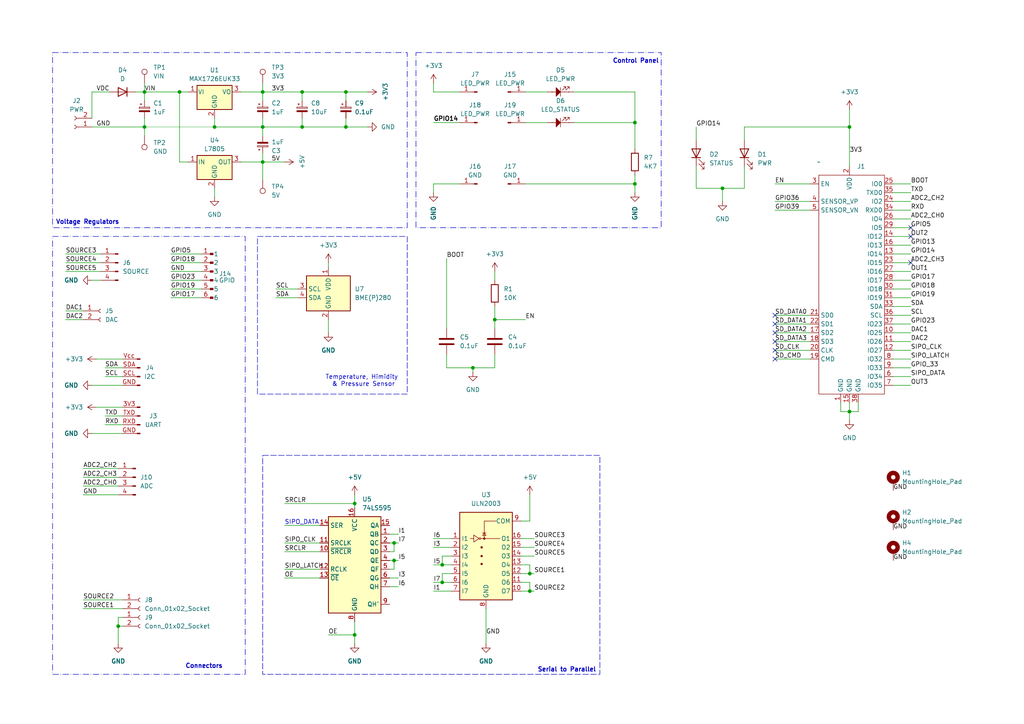
<source format=kicad_sch>
(kicad_sch (version 20231120) (generator "eeschema") (generator_version "8.0")
  (paper "A4")
  (junction (at 595.63 139.7))
  (junction (at 102.87 184.15))
  (junction (at 87.63 26.67))
  (junction (at 518.16 15.24))
  (junction (at 62.23 36.83))
  (junction (at 153.67 166.37))
  (junction (at 76.2 36.83))
  (junction (at 184.15 35.56))
  (junction (at 487.68 22.86))
  (junction (at 153.67 171.45))
  (junction (at 128.27 168.91))
  (junction (at 100.33 36.83))
  (junction (at 595.63 116.84))
  (junction (at 595.63 132.08))
  (junction (at 595.63 124.46))
  (junction (at 246.38 36.83))
  (junction (at 41.91 36.83))
  (junction (at 52.07 26.67))
  (junction (at 478.79 156.21))
  (junction (at 76.2 46.99))
  (junction (at 114.3 157.48))
  (junction (at 377.19 151.13))
  (junction (at 246.38 119.38))
  (junction (at 114.3 162.56))
  (junction (at 401.32 163.83))
  (junction (at 143.51 92.71))
  (junction (at 495.3 168.91))
  (junction (at 100.33 26.67))
  (junction (at 76.2 26.67))
  (junction (at 595.63 128.27))
  (junction (at 41.91 26.67))
  (junction (at 87.63 36.83))
  (junction (at 102.87 146.05))
  (junction (at 184.15 53.34))
  (junction (at 449.58 99.06))
  (junction (at 495.3 156.21))
  (junction (at 137.16 106.68))
  (junction (at 487.68 15.24))
  (junction (at 209.55 54.61))
  (junction (at 595.63 135.89))
  (junction (at 504.19 22.86))
  (junction (at 595.63 120.65))
  (junction (at 128.27 163.83))
  (junction (at 34.29 181.61))
  (no_connect (at 224.79 96.52))
  (no_connect (at 224.79 104.14))
  (no_connect (at 361.95 113.03))
  (no_connect (at 224.79 99.06))
  (no_connect (at 264.16 66.04))
  (no_connect (at 264.16 76.2))
  (no_connect (at 264.16 68.58))
  (no_connect (at 224.79 93.98))
  (no_connect (at 224.79 101.6))
  (no_connect (at 224.79 91.44))
  (wire (pts (xy 478.79 168.91) (xy 476.25 168.91)))
  (wire (pts (xy 114.3 162.56) (xy 114.3 165.1)))
  (wire (pts (xy 259.08 58.42) (xy 264.16 58.42)))
  (wire (pts (xy 62.23 54.61) (xy 62.23 57.15)))
  (wire (pts (xy 52.07 26.67) (xy 54.61 26.67)))
  (wire (pts (xy 588.01 135.89) (xy 595.63 135.89)))
  (wire (pts (xy 482.6 95.25) (xy 492.76 95.25)))
  (wire (pts (xy 113.03 162.56) (xy 114.3 162.56)))
  (wire (pts (xy 224.79 101.6) (xy 234.95 101.6)))
  (wire (pts (xy 34.29 179.07) (xy 34.29 181.61)))
  (wire (pts (xy 30.48 109.22) (xy 35.56 109.22)))
  (wire (pts (xy 151.13 171.45) (xy 153.67 171.45)))
  (wire (pts (xy 41.91 36.83) (xy 62.23 36.83)) (stroke (width 0.0254)))
  (wire (pts (xy 482.6 97.79) (xy 492.76 97.79)))
  (wire (pts (xy 358.14 171.45) (xy 361.95 171.45)))
  (wire (pts (xy 102.87 180.34) (xy 102.87 184.15)))
  (wire (pts (xy 82.55 157.48) (xy 92.71 157.48)))
  (wire (pts (xy 572.77 120.65) (xy 580.39 120.65)))
  (wire (pts (xy 184.15 26.67) (xy 184.15 35.56)))
  (wire (pts (xy 615.95 24.13) (xy 622.3 24.13)))
  (wire (pts (xy 588.01 124.46) (xy 595.63 124.46)))
  (wire (pts (xy 184.15 50.8) (xy 184.15 53.34)))
  (wire (pts (xy 24.13 173.99) (xy 35.56 173.99)))
  (wire (pts (xy 129.54 106.68) (xy 137.16 106.68)))
  (wire (pts (xy 595.63 139.7) (xy 595.63 143.51)))
  (wire (pts (xy 41.91 26.67) (xy 52.07 26.67)))
  (wire (pts (xy 259.08 63.5) (xy 264.16 63.5)))
  (wire (pts (xy 209.55 54.61) (xy 215.9 54.61)))
  (wire (pts (xy 588.01 120.65) (xy 595.63 120.65)))
  (wire (pts (xy 495.3 158.75) (xy 495.3 156.21)))
  (wire (pts (xy 377.19 151.13) (xy 382.27 151.13)))
  (wire (pts (xy 224.79 99.06) (xy 234.95 99.06)))
  (wire (pts (xy 54.61 46.99) (xy 52.07 46.99)))
  (wire (pts (xy 30.48 120.65) (xy 35.56 120.65)))
  (wire (pts (xy 495.3 156.21) (xy 504.19 156.21)))
  (wire (pts (xy 482.6 130.81) (xy 494.03 130.81)))
  (wire (pts (xy 24.13 140.97) (xy 34.29 140.97)))
  (wire (pts (xy 401.32 142.24) (xy 401.32 146.05)))
  (wire (pts (xy 82.55 160.02) (xy 92.71 160.02)))
  (wire (pts (xy 246.38 31.75) (xy 246.38 36.83)))
  (wire (pts (xy 259.08 78.74) (xy 264.16 78.74)))
  (wire (pts (xy 128.27 163.83) (xy 130.81 163.83)))
  (wire (pts (xy 128.27 168.91) (xy 130.81 168.91)))
  (wire (pts (xy 259.08 81.28) (xy 264.16 81.28)))
  (wire (pts (xy 615.95 26.67) (xy 622.3 26.67)))
  (wire (pts (xy 615.95 19.05) (xy 622.3 19.05)))
  (wire (pts (xy 482.6 125.73) (xy 494.03 125.73)))
  (wire (pts (xy 482.6 15.24) (xy 487.68 15.24)))
  (wire (pts (xy 27.94 104.14) (xy 35.56 104.14)))
  (wire (pts (xy 153.67 171.45) (xy 154.94 171.45)))
  (wire (pts (xy 572.77 128.27) (xy 580.39 128.27)))
  (wire (pts (xy 125.73 156.21) (xy 130.81 156.21)))
  (wire (pts (xy 389.89 151.13) (xy 393.7 151.13)))
  (wire (pts (xy 452.12 95.25) (xy 452.12 99.06)))
  (wire (pts (xy 62.23 34.29) (xy 62.23 36.83)))
  (wire (pts (xy 100.33 36.83) (xy 106.68 36.83)))
  (wire (pts (xy 151.13 156.21) (xy 154.94 156.21)))
  (wire (pts (xy 29.21 78.74) (xy 19.05 78.74)))
  (wire (pts (xy 551.22 22.73) (xy 558.84 22.73)))
  (wire (pts (xy 243.84 119.38) (xy 246.38 119.38)))
  (wire (pts (xy 114.3 157.48) (xy 115.57 157.48)))
  (wire (pts (xy 125.73 26.67) (xy 125.73 24.13)))
  (wire (pts (xy 76.2 34.29) (xy 76.2 36.83)))
  (wire (pts (xy 29.21 73.66) (xy 19.05 73.66)))
  (wire (pts (xy 259.08 53.34) (xy 264.16 53.34)))
  (wire (pts (xy 87.63 26.67) (xy 87.63 29.21)))
  (wire (pts (xy 504.19 22.86) (xy 504.19 26.67)))
  (wire (pts (xy 49.53 81.28) (xy 58.42 81.28)))
  (wire (pts (xy 595.63 120.65) (xy 595.63 124.46)))
  (wire (pts (xy 153.67 151.13) (xy 151.13 151.13)))
  (wire (pts (xy 461.01 67.31) (xy 466.09 67.31)))
  (wire (pts (xy 201.93 36.83) (xy 201.93 40.64)))
  (wire (pts (xy 469.9 15.24) (xy 474.98 15.24)))
  (wire (pts (xy 49.53 83.82) (xy 58.42 83.82)))
  (wire (pts (xy 151.13 168.91) (xy 153.67 168.91)))
  (wire (pts (xy 26.67 81.28) (xy 29.21 81.28)))
  (wire (pts (xy 102.87 146.05) (xy 102.87 147.32)))
  (wire (pts (xy 595.63 128.27) (xy 595.63 132.08)))
  (wire (pts (xy 458.47 168.91) (xy 461.01 168.91)))
  (wire (pts (xy 595.63 116.84) (xy 595.63 120.65)))
  (wire (pts (xy 504.19 163.83) (xy 504.19 168.91)))
  (wire (pts (xy 631.19 8.89) (xy 631.19 12.7)))
  (wire (pts (xy 125.73 53.34) (xy 125.73 55.88)))
  (wire (pts (xy 234.95 53.34) (xy 224.79 53.34)))
  (wire (pts (xy 358.14 173.99) (xy 361.95 173.99)))
  (wire (pts (xy 166.37 35.56) (xy 184.15 35.56)))
  (wire (pts (xy 133.35 26.67) (xy 125.73 26.67)))
  (wire (pts (xy 102.87 143.51) (xy 102.87 146.05)))
  (wire (pts (xy 26.67 26.67) (xy 31.75 26.67)))
  (wire (pts (xy 243.84 116.84) (xy 243.84 119.38)))
  (wire (pts (xy 434.34 55.88) (xy 438.15 55.88)))
  (wire (pts (xy 588.01 132.08) (xy 595.63 132.08)))
  (wire (pts (xy 41.91 39.37) (xy 41.91 36.83)))
  (wire (pts (xy 19.05 90.17) (xy 24.13 90.17)))
  (wire (pts (xy 224.79 60.96) (xy 234.95 60.96)))
  (wire (pts (xy 504.19 161.29) (xy 506.73 161.29)))
  (wire (pts (xy 49.53 76.2) (xy 58.42 76.2)))
  (wire (pts (xy 34.29 181.61) (xy 35.56 181.61)))
  (wire (pts (xy 27.94 118.11) (xy 35.56 118.11)))
  (wire (pts (xy 41.91 26.67) (xy 41.91 29.21)))
  (wire (pts (xy 143.51 88.9) (xy 143.51 92.71)))
  (wire (pts (xy 143.51 92.71) (xy 152.4 92.71)))
  (wire (pts (xy 153.67 163.83) (xy 153.67 166.37)))
  (wire (pts (xy 259.08 106.68) (xy 264.16 106.68)))
  (wire (pts (xy 41.91 34.29) (xy 41.91 36.83)))
  (wire (pts (xy 209.55 58.42) (xy 209.55 54.61)))
  (wire (pts (xy 152.4 35.56) (xy 158.75 35.56)))
  (wire (pts (xy 224.79 93.98) (xy 234.95 93.98)))
  (wire (pts (xy 153.67 143.51) (xy 153.67 151.13)))
  (wire (pts (xy 24.13 176.53) (xy 35.56 176.53)))
  (wire (pts (xy 486.41 173.99) (xy 487.68 173.99)))
  (wire (pts (xy 224.79 91.44) (xy 234.95 91.44)))
  (wire (pts (xy 113.03 160.02) (xy 114.3 160.02)))
  (wire (pts (xy 361.95 118.11) (xy 373.38 118.11)))
  (wire (pts (xy 113.03 167.64) (xy 115.57 167.64)))
  (wire (pts (xy 215.9 48.26) (xy 215.9 54.61)))
  (wire (pts (xy 52.07 26.67) (xy 52.07 46.99)))
  (wire (pts (xy 259.08 101.6) (xy 264.16 101.6)))
  (wire (pts (xy 342.9 113.03) (xy 346.71 113.03)))
  (wire (pts (xy 35.56 179.07) (xy 34.29 179.07)))
  (wire (pts (xy 76.2 46.99) (xy 82.55 46.99)))
  (wire (pts (xy 41.91 24.13) (xy 41.91 26.67)))
  (wire (pts (xy 76.2 36.83) (xy 87.63 36.83)))
  (wire (pts (xy 588.01 128.27) (xy 595.63 128.27)))
  (wire (pts (xy 259.08 104.14) (xy 264.16 104.14)))
  (wire (pts (xy 152.4 26.67) (xy 158.75 26.67)))
  (wire (pts (xy 567.73 10.03) (xy 567.73 13.84)))
  (wire (pts (xy 151.13 161.29) (xy 154.94 161.29)))
  (wire (pts (xy 401.32 156.21) (xy 401.32 163.83)))
  (wire (pts (xy 631.19 33.02) (xy 631.19 35.56)))
  (wire (pts (xy 259.08 93.98) (xy 264.16 93.98)))
  (wire (pts (xy 461.01 69.85) (xy 466.09 69.85)))
  (wire (pts (xy 143.51 102.87) (xy 143.51 106.68)))
  (wire (pts (xy 215.9 36.83) (xy 215.9 40.64)))
  (wire (pts (xy 82.55 152.4) (xy 92.71 152.4)))
  (wire (pts (xy 504.19 156.21) (xy 504.19 161.29)))
  (wire (pts (xy 482.6 134.62) (xy 482.6 130.81)))
  (wire (pts (xy 80.01 86.36) (xy 86.36 86.36)))
  (wire (pts (xy 151.13 163.83) (xy 153.67 163.83)))
  (wire (pts (xy 35.56 111.76) (xy 26.67 111.76)))
  (wire (pts (xy 151.13 158.75) (xy 154.94 158.75)))
  (wire (pts (xy 495.3 156.21) (xy 478.79 156.21)))
  (wire (pts (xy 30.48 123.19) (xy 35.56 123.19)))
  (wire (pts (xy 476.25 173.99) (xy 478.79 173.99)))
  (wire (pts (xy 125.73 35.56) (xy 133.35 35.56)))
  (wire (pts (xy 87.63 26.67) (xy 100.33 26.67)))
  (wire (pts (xy 595.63 113.03) (xy 595.63 116.84)))
  (wire (pts (xy 201.93 54.61) (xy 209.55 54.61)))
  (wire (pts (xy 76.2 36.83) (xy 76.2 39.37)))
  (wire (pts (xy 259.08 55.88) (xy 264.16 55.88)))
  (wire (pts (xy 452.12 99.06) (xy 449.58 99.06)))
  (wire (pts (xy 259.08 99.06) (xy 264.16 99.06)))
  (wire (pts (xy 461.01 62.23) (xy 466.09 62.23)))
  (wire (pts (xy 143.51 92.71) (xy 143.51 95.25)))
  (wire (pts (xy 201.93 48.26) (xy 201.93 54.61)))
  (wire (pts (xy 102.87 184.15) (xy 102.87 186.69)))
  (wire (pts (xy 449.58 95.25) (xy 449.58 99.06)))
  (wire (pts (xy 448.31 27.94) (xy 448.31 31.75)))
  (wire (pts (xy 434.34 58.42) (xy 438.15 58.42)))
  (wire (pts (xy 551.22 20.19) (xy 558.84 20.19)))
  (wire (pts (xy 100.33 26.67) (xy 100.33 29.21)))
  (wire (pts (xy 482.6 128.27) (xy 494.03 128.27)))
  (wire (pts (xy 358.14 166.37) (xy 361.95 166.37)))
  (wire (pts (xy 487.68 16.51) (xy 487.68 15.24)))
  (wire (pts (xy 482.6 123.19) (xy 494.03 123.19)))
  (wire (pts (xy 518.16 22.86) (xy 504.19 22.86)))
  (wire (pts (xy 588.01 139.7) (xy 595.63 139.7)))
  (wire (pts (xy 62.23 36.83) (xy 76.2 36.83)))
  (wire (pts (xy 401.32 163.83) (xy 401.32 172.72)))
  (wire (pts (xy 358.14 168.91) (xy 361.95 168.91)))
  (wire (pts (xy 361.95 115.57) (xy 373.38 115.57)))
  (wire (pts (xy 259.08 86.36) (xy 264.16 86.36)))
  (wire (pts (xy 224.79 104.14) (xy 234.95 104.14)))
  (wire (pts (xy 485.14 90.17) (xy 492.76 90.17)))
  (wire (pts (xy 449.58 99.06) (xy 449.58 101.6)))
  (wire (pts (xy 76.2 29.21) (xy 76.2 26.67)))
  (wire (pts (xy 80.01 83.82) (xy 86.36 83.82)))
  (wire (pts (xy 259.08 60.96) (xy 264.16 60.96)))
  (wire (pts (xy 76.2 46.99) (xy 76.2 52.07)))
  (wire (pts (xy 472.44 22.86) (xy 487.68 22.86)))
  (wire (pts (xy 125.73 168.91) (xy 128.27 168.91)))
  (wire (pts (xy 572.77 135.89) (xy 580.39 135.89)))
  (wire (pts (xy 259.08 71.12) (xy 264.16 71.12)))
  (wire (pts (xy 259.08 88.9) (xy 264.16 88.9)))
  (wire (pts (xy 469.9 17.78) (xy 472.44 17.78)))
  (wire (pts (xy 26.67 36.83) (xy 41.91 36.83)))
  (wire (pts (xy 401.32 163.83) (xy 393.7 163.83)))
  (wire (pts (xy 24.13 138.43) (xy 34.29 138.43)))
  (wire (pts (xy 125.73 53.34) (xy 133.35 53.34)))
  (wire (pts (xy 482.6 100.33) (xy 482.6 97.79)))
  (wire (pts (xy 125.73 171.45) (xy 130.81 171.45)))
  (wire (pts (xy 377.19 142.24) (xy 377.19 151.13)))
  (wire (pts (xy 511.81 15.24) (xy 518.16 15.24)))
  (wire (pts (xy 572.77 116.84) (xy 580.39 116.84)))
  (wire (pts (xy 224.79 58.42) (xy 234.95 58.42)))
  (wire (pts (xy 495.3 179.07) (xy 495.3 182.88)))
  (wire (pts (xy 113.03 154.94) (xy 115.57 154.94)))
  (wire (pts (xy 35.56 125.73) (xy 26.67 125.73)))
  (wire (pts (xy 572.77 124.46) (xy 580.39 124.46)))
  (wire (pts (xy 259.08 76.2) (xy 264.16 76.2)))
  (wire (pts (xy 100.33 34.29) (xy 100.33 36.83)))
  (wire (pts (xy 506.73 163.83) (xy 504.19 163.83)))
  (wire (pts (xy 327.66 113.03) (xy 335.28 113.03)))
  (wire (pts (xy 95.25 76.2) (xy 95.25 77.47)))
  (wire (pts (xy 49.53 86.36) (xy 58.42 86.36)))
  (wire (pts (xy 246.38 119.38) (xy 246.38 121.92)))
  (wire (pts (xy 259.08 68.58) (xy 264.16 68.58)))
  (wire (pts (xy 259.08 96.52) (xy 264.16 96.52)))
  (wire (pts (xy 595.63 135.89) (xy 595.63 139.7)))
  (wire (pts (xy 259.08 111.76) (xy 264.16 111.76)))
  (wire (pts (xy 478.79 156.21) (xy 478.79 168.91)))
  (wire (pts (xy 76.2 44.45) (xy 76.2 46.99)))
  (wire (pts (xy 125.73 158.75) (xy 130.81 158.75)))
  (wire (pts (xy 82.55 165.1) (xy 92.71 165.1)))
  (wire (pts (xy 246.38 36.83) (xy 246.38 48.26)))
  (wire (pts (xy 129.54 74.93) (xy 129.54 95.25)))
  (wire (pts (xy 572.77 139.7) (xy 580.39 139.7)))
  (wire (pts (xy 485.14 118.11) (xy 494.03 118.11)))
  (wire (pts (xy 384.81 163.83) (xy 386.08 163.83)))
  (wire (pts (xy 461.01 72.39) (xy 466.09 72.39)))
  (wire (pts (xy 344.17 123.19) (xy 344.17 118.11)))
  (wire (pts (xy 184.15 53.34) (xy 184.15 55.88)))
  (wire (pts (xy 153.67 168.91) (xy 153.67 171.45)))
  (wire (pts (xy 455.93 173.99) (xy 461.01 173.99)))
  (wire (pts (xy 69.85 46.99) (xy 76.2 46.99)))
  (wire (pts (xy 69.85 26.67) (xy 76.2 26.67)))
  (wire (pts (xy 518.16 21.59) (xy 518.16 22.86)))
  (wire (pts (xy 472.44 17.78) (xy 472.44 22.86)))
  (wire (pts (xy 19.05 92.71) (xy 24.13 92.71)))
  (wire (pts (xy 34.29 181.61) (xy 34.29 186.69)))
  (wire (pts (xy 82.55 146.05) (xy 102.87 146.05)))
  (wire (pts (xy 248.92 119.38) (xy 246.38 119.38)))
  (wire (pts (xy 377.19 168.91) (xy 377.19 172.72)))
  (wire (pts (xy 153.67 166.37) (xy 154.94 166.37)))
  (wire (pts (xy 440.69 168.91) (xy 450.85 168.91)))
  (wire (pts (xy 259.08 66.04) (xy 264.16 66.04)))
  (wire (pts (xy 113.03 157.48) (xy 114.3 157.48)))
  (wire (pts (xy 259.08 109.22) (xy 264.16 109.22)))
  (wire (pts (xy 358.14 163.83) (xy 361.95 163.83)))
  (wire (pts (xy 518.16 16.51) (xy 518.16 15.24)))
  (wire (pts (xy 482.6 120.65) (xy 494.03 120.65)))
  (wire (pts (xy 248.92 116.84) (xy 248.92 119.38)))
  (wire (pts (xy 588.01 113.03) (xy 595.63 113.03)))
  (wire (pts (xy 588.01 116.84) (xy 595.63 116.84)))
  (wire (pts (xy 34.29 135.89) (xy 24.13 135.89)))
  (wire (pts (xy 447.04 99.06) (xy 449.58 99.06)))
  (wire (pts (xy 482.6 92.71) (xy 492.76 92.71)))
  (wire (pts (xy 447.04 95.25) (xy 447.04 99.06)))
  (wire (pts (xy 184.15 35.56) (xy 184.15 43.18)))
  (wire (pts (xy 95.25 184.15) (xy 102.87 184.15)))
  (wire (pts (xy 259.08 83.82) (xy 264.16 83.82)))
  (wire (pts (xy 76.2 24.13) (xy 76.2 26.67)))
  (wire (pts (xy 130.81 166.37) (xy 128.27 166.37)))
  (wire (pts (xy 259.08 73.66) (xy 264.16 73.66)))
  (wire (pts (xy 130.81 161.29) (xy 128.27 161.29)))
  (wire (pts (xy 487.68 15.24) (xy 496.57 15.24)))
  (wire (pts (xy 518.16 15.24) (xy 525.78 15.24)))
  (wire (pts (xy 461.01 44.45) (xy 466.09 44.45)))
  (wire (pts (xy 487.68 22.86) (xy 504.19 22.86)))
  (wire (pts (xy 143.51 78.74) (xy 143.51 81.28)))
  (wire (pts (xy 495.3 166.37) (xy 495.3 168.91)))
  (wire (pts (xy 125.73 163.83) (xy 128.27 163.83)))
  (wire (pts (xy 87.63 34.29) (xy 87.63 36.83)))
  (wire (pts (xy 487.68 21.59) (xy 487.68 22.86)))
  (wire (pts (xy 49.53 73.66) (xy 58.42 73.66)))
  (wire (pts (xy 30.48 106.68) (xy 35.56 106.68)))
  (wire (pts (xy 259.08 91.44) (xy 264.16 91.44)))
  (wire (pts (xy 26.67 26.67) (xy 26.67 34.29)))
  (wire (pts (xy 615.95 21.59) (xy 622.3 21.59)))
  (wire (pts (xy 358.14 161.29) (xy 361.95 161.29)))
  (wire (pts (xy 152.4 53.34) (xy 184.15 53.34)))
  (wire (pts (xy 137.16 106.68) (xy 137.16 107.95)))
  (wire (pts (xy 24.13 143.51) (xy 34.29 143.51)))
  (wire (pts (xy 224.79 96.52) (xy 234.95 96.52)))
  (wire (pts (xy 377.19 151.13) (xy 377.19 158.75)))
  (wire (pts (xy 572.77 132.08) (xy 580.39 132.08)))
  (wire (pts (xy 128.27 161.29) (xy 128.27 163.83)))
  (wire (pts (xy 113.03 165.1) (xy 114.3 165.1)))
  (wire (pts (xy 113.03 170.18) (xy 115.57 170.18)))
  (wire (pts (xy 95.25 92.71) (xy 95.25 96.52)))
  (wire (pts (xy 567.73 29.08) (xy 567.73 34.16)))
  (wire (pts (xy 595.63 124.46) (xy 595.63 128.27)))
  (wire (pts (xy 129.54 102.87) (xy 129.54 106.68)))
  (wire (pts (xy 478.79 153.67) (xy 478.79 156.21)))
  (wire (pts (xy 151.13 166.37) (xy 153.67 166.37)))
  (wire (pts (xy 140.97 176.53) (xy 140.97 186.69)))
  (wire (pts (xy 76.2 26.67) (xy 87.63 26.67)))
  (wire (pts (xy 450.85 27.94) (xy 450.85 31.75)))
  (wire (pts (xy 49.53 78.74) (xy 58.42 78.74)))
  (wire (pts (xy 29.21 76.2) (xy 19.05 76.2)))
  (wire (pts (xy 344.17 118.11) (xy 346.71 118.11)))
  (wire (pts (xy 137.16 106.68) (xy 143.51 106.68)))
  (wire (pts (xy 215.9 36.83) (xy 246.38 36.83)))
  (wire (pts (xy 504.19 168.91) (xy 495.3 168.91)))
  (wire (pts (xy 114.3 162.56) (xy 115.57 162.56)))
  (wire (pts (xy 455.93 182.88) (xy 455.93 173.99)))
  (wire (pts (xy 128.27 166.37) (xy 128.27 168.91)))
  (wire (pts (xy 246.38 116.84) (xy 246.38 119.38)))
  (wire (pts (xy 595.63 132.08) (xy 595.63 135.89)))
  (wire (pts (xy 114.3 160.02) (xy 114.3 157.48)))
  (wire (pts (xy 580.39 113.03) (xy 572.77 113.03)))
  (wire (pts (xy 166.37 26.67) (xy 184.15 26.67)))
  (wire (pts (xy 87.63 36.83) (xy 100.33 36.83)))
  (wire (pts (xy 461.01 64.77) (xy 466.09 64.77)))
  (wire (pts (xy 100.33 26.67) (xy 106.68 26.67)))
  (wire (pts (xy 39.37 26.67) (xy 41.91 26.67)))
  (wire (pts (xy 82.55 167.64) (xy 92.71 167.64)))
  (rectangle (start 328.93 137.16) (end 412.75 186.69) (stroke (width 0) (type dash_dot)))
  (rectangle (start 76.2 132.08) (end 173.99 195.58) (stroke (width 0) (type dash)))
  (rectangle (start 15.24 68.58) (end 71.12 195.58) (stroke (width 0) (type dash_dot)))
  (rectangle (start 74.676 68.58) (end 118.11 114.3) (stroke (width 0) (type dash)))
  (rectangle (start 120.65 15.24) (end 191.77 66.04) (stroke (width 0) (type dash_dot)))
  (rectangle (start 15.24 15.24) (end 118.11 66.04) (stroke (width 0) (type dash_dot)))
  (text "Voltage Regulators" (at 25.4 63.754 0) (effects (font (size 1.27 1.27) (thickness 0.254) (bold yes)) (justify top)))
  (text "UART Programmer" (at 401.828 184.912 0) (effects (font (size 1.27 1.27))))
  (text "Control Panel " (at 184.912 17.78 0) (effects (font (size 1.27 1.27) (thickness 0.254) (bold yes))))
  (text "Connectors\n" (at 59.182 193.294 0) (effects (font (size 1.27 1.27) (thickness 0.254) (bold yes))))
  (text "Serial to Parallel" (at 172.974 195.072 0) (effects (font (size 1.27 1.27) (bold yes)) (justify right bottom)))
  (text "Temperature, Himidity \n& Pressure Sensor" (at 105.41 110.49 0) (effects (font (size 1.27 1.27))))
  (label "SIPO_DATA" (at 264.16 109.22 0))
  (label "VIN" (at 487.68 15.24 0))
  (label "SOURCE5" (at 154.94 161.29 0))
  (label "GND" (at 259.08 142.24 0))
  (label "SPI-SDA" (at 482.6 120.65 0))
  (label "SOURCE3" (at 19.05 73.66 0))
  (label "SOURCE4" (at 19.05 76.2 0))
  (label "SD_DATA1" (at 224.79 93.98 0))
  (label "SOURCE1" (at 24.13 176.53 0))
  (label "I7" (at 115.57 157.48 0))
  (label "TXD" (at 361.95 166.37 0))
  (label "GPIO5" (at 264.16 66.04 0))
  (label "SOURCE5" (at 19.05 78.74 0))
  (label "RTS" (at 401.32 172.72 0))
  (label "ADC2_CH2" (at 264.16 58.42 0))
  (label "OUT1" (at 264.16 78.74 0))
  (label "SPI-SDO" (at 482.6 128.27 0))
  (label "SPI-SCL" (at 466.09 62.23 0))
  (label "GPIO_33" (at 264.16 106.68 0))
  (label "I3" (at 115.57 167.64 0))
  (label "OUT2" (at 264.16 68.58 0))
  (label "3V3" (at 361.95 161.29 0))
  (label "SD_DATA0" (at 224.79 91.44 0))
  (label "QB-2" (at 572.77 116.84 180))
  (label "EN" (at 401.32 142.24 0))
  (label "D5" (at 615.95 24.13 0))
  (label "GPIO23" (at 264.16 93.98 0))
  (label "VDC" (at 27.94 26.67 0))
  (label "GPIO13" (at 264.16 71.12 0))
  (label "SCL" (at 80.01 83.82 0))
  (label "QD-2" (at 572.77 124.46 180))
  (label "SIPO_CLK" (at 82.55 157.48 0))
  (label "QF-2" (at 572.77 132.08 180))
  (label "SD_CLK" (at 224.79 101.6 0))
  (label "SPI-CSB" (at 482.6 125.73 0))
  (label "DAC2" (at 19.05 92.71 0))
  (label "OE" (at 95.25 184.15 0))
  (label "TXD" (at 264.16 55.88 0))
  (label "I1" (at 125.73 171.45 0))
  (label "BOOT" (at 129.54 74.93 0))
  (label "ADC2_CH2" (at 24.13 135.89 0))
  (label "SDA" (at 264.16 88.9 0))
  (label "D19" (at 615.95 26.67 0))
  (label "SD_CMD" (at 224.79 104.14 0))
  (label "ADC2_CH0" (at 24.13 140.97 0))
  (label "SD_DATA3" (at 224.79 99.06 0))
  (label "SIPO_LATCH" (at 82.55 165.1 0))
  (label "QA-2" (at 572.77 113.03 180))
  (label "I5" (at 115.57 162.56 0))
  (label "GPIO17" (at 264.16 81.28 0))
  (label "GPIO23" (at 49.53 81.28 0))
  (label "3V3" (at 450.85 27.94 0))
  (label "GPIO5" (at 49.53 73.66 0))
  (label "DTR" (at 377.19 142.24 0))
  (label "GPIO13" (at 440.69 168.91 0))
  (label "SD_DATA2" (at 224.79 96.52 0))
  (label "SDA-2" (at 551.22 22.73 0))
  (label "SPI-SCL" (at 482.6 123.19 0))
  (label "GND" (at 24.13 143.51 0))
  (label "EN" (at 152.4 92.71 0))
  (label "D18" (at 615.95 19.05 0))
  (label "RTS" (at 361.95 171.45 0))
  (label "D23" (at 615.95 21.59 0))
  (label "SCL" (at 264.16 91.44 0))
  (label "SIPO_LATCH" (at 264.16 104.14 0))
  (label "GPIO18" (at 264.16 83.82 0))
  (label "GPIO14" (at 201.93 36.83 0))
  (label "GPIO14" (at 264.16 73.66 0))
  (label "V1-" (at 363.22 118.11 0))
  (label "BOOT" (at 377.19 172.72 0))
  (label "RX" (at 434.34 55.88 0))
  (label "RXD" (at 30.48 123.19 0))
  (label "GPIO27" (at 327.66 113.03 0))
  (label "SCL" (at 30.48 109.22 0))
  (label "GND" (at 361.95 163.83 0))
  (label "SIPO_CLK" (at 264.16 101.6 0))
  (label "GND" (at 49.53 78.74 0))
  (label "I6" (at 125.73 156.21 0))
  (label "3V3" (at 246.38 44.45 0))
  (label "QE-2" (at 572.77 128.27 180))
  (label "ADC2_CH3" (at 264.16 76.2 0))
  (label "SPI-SDO" (at 466.09 64.77 0))
  (label "OUT3" (at 264.16 111.76 0))
  (label "SCL-2" (at 482.6 95.25 0))
  (label "GPIO39" (at 224.79 60.96 0))
  (label "I5" (at 125.73 163.83 0))
  (label "SOURCE1" (at 154.94 166.37 0))
  (label "SPI-CSB" (at 466.09 44.45 0))
  (label "SPI-SDA" (at 466.09 72.39 0))
  (label "GND" (at 259.08 153.67 0))
  (label "GPIO17" (at 49.53 86.36 0))
  (label "GPIO18" (at 49.53 76.2 0))
  (label "SOURCE2" (at 154.94 171.45 0))
  (label "BOOT" (at 264.16 53.34 0))
  (label "RXD" (at 361.95 168.91 0))
  (label "SRCLR" (at 82.55 146.05 0))
  (label "SOURCE3" (at 154.94 156.21 0))
  (label "5V" (at 514.35 15.24 0))
  (label "DTR" (at 361.95 173.99 0))
  (label "ADC2_CH0" (at 264.16 63.5 0))
  (label "5V" (at 78.74 46.99 0))
  (label "ADC2_CH3" (at 24.13 138.43 0))
  (label "SCL-2" (at 551.22 20.19 0))
  (label "GND" (at 259.08 162.56 0))
  (label "VIN" (at 41.91 26.67 0))
  (label "SDA-2" (at 482.6 92.71 0))
  (label "DAC2" (at 264.16 99.06 0))
  (label "SDA" (at 80.01 86.36 0))
  (label "TX" (at 434.34 58.42 0))
  (label "QH-2" (at 572.77 139.7 180))
  (label "DAC1" (at 264.16 96.52 0))
  (label "3V3" (at 78.74 26.67 0))
  (label "OE" (at 82.55 167.64 0))
  (label "SDA" (at 30.48 106.68 0))
  (label "SRCLR" (at 82.55 160.02 0))
  (label "GPIO19" (at 49.53 83.82 0))
  (label "GPIO36" (at 224.79 58.42 0))
  (label "GPIO19" (at 264.16 86.36 0))
  (label "SCL-2" (at 466.09 69.85 0))
  (label "I3" (at 125.73 158.75 0))
  (label "GND" (at 27.94 36.83 0))
  (label "I1" (at 115.57 154.94 0))
  (label "V1+" (at 363.22 115.57 0))
  (label "DAC1" (at 19.05 90.17 0))
  (label "EN" (at 224.79 53.34 0))
  (label "VDC" (at 469.9 15.24 0))
  (label "I6" (at 115.57 170.18 0))
  (label "SIPO_DATA" (at 82.55 152.4 0))
  (label "QC-2" (at 572.77 120.65 180))
  (label "GND" (at 140.97 184.15 0))
  (label "GPIO14" (at 125.73 35.56 0) (effects (font (bold yes))))
  (label "SOURCE4" (at 154.94 158.75 0))
  (label "I7" (at 125.73 168.91 0))
  (label "GND" (at 477.52 22.86 0))
  (label "TXD" (at 30.48 120.65 0))
  (label "SDA-2" (at 466.09 67.31 0))
  (label "SOURCE2" (at 24.13 173.99 0))
  (label "RXD" (at 264.16 60.96 0))
  (label "QG-2" (at 572.77 135.89 180))
  (symbol (lib_id "Connector:Conn_01x02_Socket") (at 29.21 90.17 0) (unit 1)
    (property "Reference" "J5" (at 30.48 90.1699 0) (effects (justify left)))
    (property "Value" "DAC" (at 30.48 92.7099 0) (effects (justify left)))
    (property "Footprint" "Connector_PinSocket_2.54mm:PinSocket_1x02_P2.54mm_Vertical" (effects (hide yes)))
  )
  (symbol (lib_id "power:GND") (at 631.19 35.56 0) (unit 1)
    (property "Reference" "#PWR042" (effects (hide yes)))
    (property "Value" "GND" (at 631.19 40.64 0))
  )
  (symbol (lib_id "power:GND") (at 106.68 36.83 90) (unit 1)
    (property "Reference" "#PWR03" (effects (hide yes)))
    (property "Value" "GND" (at 110.49 36.8299 90) (effects (justify right)))
  )
  (symbol (lib_id "Device:R") (at 389.89 163.83 270) (unit 1) (on_board no)
    (property "Reference" "R3" (at 389.89 157.48 90))
    (property "Value" "10K" (at 389.89 160.02 90))
    (property "Footprint" "Resistor_SMD:R_1210_3225Metric_Pad1.30x2.65mm_HandSolder" (effects (hide yes)))
    (property "Description" "Resistor" (effects (hide yes)))
  )
  (symbol (lib_id "Connector:Conn_01x04_Pin") (at 39.37 138.43 0) (mirror y) (unit 1)
    (property "Reference" "J10" (at 40.64 138.4299 0) (effects (justify right)))
    (property "Value" "ADC" (at 40.64 140.9699 0) (effects (justify right)))
    (property "Footprint" "Connector_PinSocket_2.54mm:PinSocket_1x04_P2.54mm_Vertical" (effects (hide yes)))
  )
  (symbol (lib_name "+3V3_2") (lib_id "power:+3V3") (at 631.19 8.89 0) (unit 1)
    (property "Reference" "#PWR043" (effects (hide yes)))
    (property "Value" "+3V3" (at 631.19 5.08 0))
    (property "Description" "Power symbol creates a global label with name \"+3V3\"" (effects (hide yes)))
  )
  (symbol (lib_id "Device:LED") (at 584.2 135.89 180) (unit 1)
    (property "Reference" "D14" (at 585.7875 128.27 0))
    (property "Value" "PWR" (at 585.7875 130.81 0))
    (property "Footprint" "LED_SMD:LED_1210_3225Metric_Pad1.42x2.65mm_HandSolder" (effects (hide yes)))
    (property "Description" "Light emitting diode" (effects (hide yes)))
  )
  (symbol (lib_id "Device:C_Polarized_Small") (at 518.16 19.05 0) (mirror x) (unit 1)
    (property "Reference" "C7" (at 520.7 20.8661 0) (effects (justify left)))
    (property "Value" "1uF" (at 520.7 18.3261 0) (effects (justify left)))
    (property "Footprint" "Capacitor_THT:CP_Radial_D4.0mm_P2.00mm" (effects (hide yes)))
  )
  (symbol (lib_id "power:+3V3") (at 95.25 76.2 0) (unit 1)
    (property "Reference" "#PWR022" (effects (hide yes)))
    (property "Value" "+3V3" (at 95.25 71.12 0))
  )
  (symbol (lib_id "power:GND") (at 26.67 81.28 270) (unit 1)
    (property "Reference" "#PWR023" (effects (hide yes)))
    (property "Value" "GND" (at 22.86 81.28 90) (effects (font (bold yes)) (justify right)))
  )
  (symbol (lib_id "power:+3V3") (at 27.94 118.11 90) (unit 1)
    (property "Reference" "#PWR06" (effects (hide yes)))
    (property "Value" "+3V3" (at 24.13 118.1099 90) (effects (justify left)))
  )
  (symbol (lib_id "power:GND") (at 567.73 34.16 0) (unit 1)
    (property "Reference" "#PWR032" (effects (hide yes)))
    (property "Value" "GND" (at 567.73 39.24 0))
  )
  (symbol (lib_id "Device:LED") (at 584.2 124.46 180) (unit 1)
    (property "Reference" "D11" (at 585.7875 116.84 0))
    (property "Value" "PWR" (at 585.7875 119.38 0))
    (property "Footprint" "LED_SMD:LED_1210_3225Metric_Pad1.42x2.65mm_HandSolder" (effects (hide yes)))
    (property "Description" "Light emitting diode" (effects (hide yes)))
  )
  (symbol (lib_id "Alexander Symbol Library:BME(P)280") (at 96.52 87.63 0) (unit 1)
    (property "Reference" "U7" (at 102.87 83.8199 0) (effects (justify left)))
    (property "Value" "BME(P)280" (at 102.87 86.3599 0) (effects (justify left)))
    (property "Footprint" "Alexander Footprint Library:BME280_BMP280_I2C" (effects (hide yes)))
    (property "Description" "Absolute Barometric Pressure Sensor" (effects (hide yes)))
  )
  (symbol (lib_id "Device:LED") (at 201.93 44.45 90) (unit 1)
    (property "Reference" "D2" (at 205.74 44.7674 90) (effects (justify right)))
    (property "Value" "STATUS" (at 205.74 47.3074 90) (effects (justify right)))
    (property "Footprint" "LED_SMD:LED_1210_3225Metric_Pad1.42x2.65mm_HandSolder" (effects (hide yes)))
    (property "Description" "Light emitting diode" (effects (hide yes)))
  )
  (symbol (lib_id "Connector:Conn_01x01_Pin") (at 147.32 35.56 0) (mirror x) (unit 1)
    (property "Reference" "J19" (at 147.955 30.48 0))
    (property "Value" "LED_PWR" (at 147.955 33.02 0))
    (property "Footprint" "Alexander Footprint Library:Pad_1x01_P2.54_SMD" (effects (hide yes)))
    (property "Description" "Generic connector, single row, 01x01, script generated" (effects (hide yes)))
  )
  (symbol (lib_id "power:+3V3") (at 27.94 104.14 90) (unit 1)
    (property "Reference" "#PWR08" (effects (hide yes)))
    (property "Value" "+3V3" (at 24.13 104.14 90) (effects (justify left)))
  )
  (symbol (lib_id "Regulator_Linear:L7805") (at 504.19 15.24 0) (unit 1)
    (property "Reference" "U9" (at 504.19 8.89 0))
    (property "Value" "L7805" (at 504.19 11.43 0))
    (property "Footprint" "Alexander Footprint Library:LD1117" (effects (hide yes)))
    (property "Datasheet" "datasheets/Voltage-Regulator_L7805.pdf" (effects (hide yes)))
    (property "Description" "Voltage Regulator 1.5A Positive" (effects (hide yes)))
  )
  (symbol (lib_id "Alexander Symbol Library:BME(P)280") (at 569 24 0) (unit 1)
    (property "Reference" "U8" (at 575.35 20.1899 0) (effects (justify left)))
    (property "Value" "BME(P)280" (at 575.35 22.7299 0) (effects (justify left)))
    (property "Footprint" "Alexander Footprint Library:BME280_BMP280_I2C" (effects (hide yes)))
    (property "Description" "Absolute Barometric Pressure Sensor" (effects (hide yes)))
  )
  (symbol (lib_id "power:+3V3") (at 485.14 90.17 90) (unit 1)
    (property "Reference" "#PWR038" (effects (hide yes)))
    (property "Value" "+3V3" (at 481.33 90.17 90) (effects (justify left)))
  )
  (symbol (lib_id "power:+5V") (at 153.67 143.51 0) (unit 1)
    (property "Reference" "#PWR012" (effects (hide yes)))
    (property "Value" "+5V" (at 153.67 138.43 0))
  )
  (symbol (lib_id "Device:C_Polarized_Small") (at 87.63 31.75 0) (unit 1)
    (property "Reference" "C8" (at 90.17 29.9338 0) (effects (justify left)))
    (property "Value" "10uF" (at 90.17 32.4738 0) (effects (justify left)))
    (property "Footprint" "Capacitor_SMD:CP_Elec_3x5.3" (effects (hide yes)))
  )
  (symbol (lib_id "Transistor_Array:ULN2003") (at 140.97 161.29 0) (unit 1)
    (property "Reference" "U3" (at 140.97 143.51 0))
    (property "Value" "ULN2003" (at 140.97 146.05 0))
    (property "Footprint" "Package_DIP:DIP-16_W7.62mm" (effects (hide yes)))
    (property "Datasheet" "http://www.ti.com/lit/ds/symlink/uln2003a.pdf" (effects (hide yes)))
  )
  (symbol (lib_id "PCM_SL_Devices:LED_5mm") (at 162.56 26.67 0) (unit 1)
    (property "Reference" "D5" (at 162.56 20.32 0))
    (property "Value" "LED_PWR" (at 162.56 22.86 0))
    (property "Footprint" "LED_THT:LED_D5.0mm" (effects (hide yes)))
    (property "Description" "Common 5mm diameter LED" (effects (hide yes)))
  )
  (symbol (lib_id "Device:LED") (at 584.2 139.7 180) (unit 1)
    (property "Reference" "D15" (at 585.7875 132.08 0))
    (property "Value" "PWR" (at 585.7875 134.62 0))
    (property "Footprint" "LED_SMD:LED_1210_3225Metric_Pad1.42x2.65mm_HandSolder" (effects (hide yes)))
    (property "Description" "Light emitting diode" (effects (hide yes)))
  )
  (symbol (lib_id "Device:D") (at 495.3 162.56 270) (unit 1) (on_board no)
    (property "Reference" "D3" (at 497.84 161.2899 90) (effects (justify left)))
    (property "Value" "1N4007" (at 497.84 163.8299 90) (effects (justify left)))
    (property "Description" "Diode" (effects (hide yes)))
    (property "Sim.Device" "D" (effects (hide yes)))
    (property "Sim.Pins" "1=K 2=A" (effects (hide yes)))
  )
  (symbol (lib_id "Device:R") (at 386.08 151.13 270) (unit 1) (on_board no)
    (property "Reference" "R4" (at 386.08 144.78 90))
    (property "Value" "10K" (at 386.08 147.32 90))
    (property "Footprint" "Resistor_SMD:R_1210_3225Metric_Pad1.30x2.65mm_HandSolder" (effects (hide yes)))
    (property "Description" "Resistor" (effects (hide yes)))
  )
  (symbol (lib_name "Conn_SPI_1") (lib_id "Alexander Symbol Library:Conn_SPI") (at 499.11 135.89 0) (mirror y) (unit 1)
    (property "Reference" "J24" (at 498.475 114.3 0))
    (property "Value" "~" (at 498.475 116.84 0))
    (property "Footprint" "Alexander Footprint Library:Conn_SPI" (effects (hide yes)))
  )
  (symbol (lib_name "Conn_UART_1") (lib_id "Alexander_Library_Symbols:Conn_UART") (at 40.64 118.11 0) (mirror y) (unit 1)
    (property "Reference" "J3" (at 44.45 120.65 0))
    (property "Value" "UART" (at 44.45 123.19 0))
    (property "Footprint" "Alexander Footprints Library:Conn_UART" (effects (hide yes)))
  )
  (symbol (lib_id "Device:C_Polarized_Small") (at 76.2 41.91 0) (mirror x) (unit 1)
    (property "Reference" "C3" (at 78.74 43.7261 0) (effects (justify left)))
    (property "Value" "1uF" (at 78.74 41.1861 0) (effects (justify left)))
    (property "Footprint" "Capacitor_THT:CP_Radial_D4.0mm_P2.00mm" (effects (hide yes)))
  )
  (symbol (lib_id "Device:C_Polarized_Small") (at 41.91 31.75 0) (unit 1)
    (property "Reference" "C1" (at 44.45 29.9339 0) (effects (justify left)))
    (property "Value" "1uF" (at 44.45 32.4739 0) (effects (justify left)))
    (property "Footprint" "Capacitor_THT:CP_Radial_D4.0mm_P2.00mm" (effects (hide yes)))
  )
  (symbol (lib_id "Device:R") (at 339.09 113.03 90) (unit 1) (on_board no)
    (property "Reference" "R2" (at 339.09 106.68 90))
    (property "Value" "1K" (at 339.09 109.22 90))
    (property "Footprint" "Resistor_SMD:R_1210_3225Metric_Pad1.30x2.65mm_HandSolder" (effects (hide yes)))
  )
  (symbol (lib_name "GND_6") (lib_id "power:GND") (at 455.93 182.88 0) (unit 1)
    (property "Reference" "#PWR020" (effects (hide yes)))
    (property "Value" "GND" (at 455.93 187.96 0))
    (property "Description" "Power symbol creates a global label with name \"GND\" , ground" (effects (hide yes)))
  )
  (symbol (lib_name "GND_5") (lib_id "power:GND") (at 495.3 182.88 0) (unit 1)
    (property "Reference" "#PWR019" (effects (hide yes)))
    (property "Value" "GND" (at 495.3 187.96 0))
    (property "Description" "Power symbol creates a global label with name \"GND\" , ground" (effects (hide yes)))
  )
  (symbol (lib_name "+5V_2") (lib_id "power:+5V") (at 448.31 27.94 0) (unit 1)
    (property "Reference" "#PWR030" (effects (hide yes)))
    (property "Value" "+5V" (at 448.31 22.86 0))
    (property "Description" "Power symbol creates a global label with name \"+5V\"" (effects (hide yes)))
  )
  (symbol (lib_id "power:GND") (at 26.67 111.76 270) (unit 1)
    (property "Reference" "#PWR09" (effects (hide yes)))
    (property "Value" "GND" (at 22.86 111.76 90) (effects (font (bold yes)) (justify right)))
  )
  (symbol (lib_name "GND_4") (lib_id "power:GND") (at 102.87 186.69 0) (unit 1)
    (property "Reference" "#PWR016" (effects (hide yes)))
    (property "Value" "GND" (at 102.87 191.77 0) (effects (font (bold yes))))
    (property "Description" "Power symbol creates a global label with name \"GND\" , ground" (effects (hide yes)))
  )
  (symbol (lib_name "+5V_2") (lib_id "power:+5V") (at 567.73 10.03 0) (unit 1)
    (property "Reference" "#PWR031" (effects (hide yes)))
    (property "Value" "+5V" (at 567.73 4.95 0))
    (property "Description" "Power symbol creates a global label with name \"+5V\"" (effects (hide yes)))
  )
  (symbol (lib_id "power:GND") (at 26.67 125.73 270) (unit 1)
    (property "Reference" "#PWR07" (effects (hide yes)))
    (property "Value" "GND" (at 22.86 125.73 90) (effects (font (bold yes)) (justify right)))
  )
  (symbol (lib_id "74xx:74LS595") (at 102.87 162.56 0) (unit 1)
    (property "Reference" "U5" (at 105.0641 144.78 0) (effects (justify left)))
    (property "Value" "74LS595" (at 105.0641 147.32 0) (effects (justify left)))
    (property "Footprint" "Package_DIP:DIP-16_W7.62mm" (effects (hide yes)))
    (property "Datasheet" "http://www.ti.com/lit/gpn/sn74ls595" (effects (hide yes)))
    (property "Description" "8-bit serial in/out Shift Register 3-State Outputs" (effects (hide yes)))
  )
  (symbol (lib_id "Connector:Conn_01x01_Pin") (at 147.32 26.67 0) (mirror x) (unit 1)
    (property "Reference" "J15" (at 147.955 21.59 0))
    (property "Value" "LED_PWR" (at 147.955 24.13 0))
    (property "Footprint" "Alexander Footprint Library:Pad_1x01_P2.54_SMD" (effects (hide yes)))
    (property "Description" "Generic connector, single row, 01x01, script generated" (effects (hide yes)))
  )
  (symbol (lib_id "Connector:Conn_01x02_Socket") (at 378.46 115.57 0) (unit 1) (on_board no)
    (property "Reference" "J12" (at 379.73 115.5699 0) (effects (justify left)))
    (property "Value" "Conn_01x02_Socket" (at 379.73 118.1099 0) (effects (justify left)))
    (property "Footprint" "Connector_PinSocket_2.54mm:PinSocket_1x02_P2.54mm_Vertical" (effects (hide yes)))
    (property "Description" "Generic connector, single row, 01x02, script generated" (effects (hide yes)))
  )
  (symbol (lib_id "Mechanical:MountingHole_Pad") (at 259.08 151.13 0) (unit 1)
    (property "Reference" "H2" (at 261.62 148.59 0) (effects (justify left)))
    (property "Value" "MountingHole_Pad" (at 261.62 151.13 0) (effects (justify left)))
    (property "Footprint" "MountingHole:MountingHole_3mm" (effects (hide yes)))
  )
  (symbol (lib_id "power:GND") (at 140.97 186.69 0) (unit 1)
    (property "Reference" "#PWR010" (effects (hide yes)))
    (property "Value" "GND" (at 140.97 191.77 0) (effects (font (bold yes))))
  )
  (symbol (lib_name "GND_3") (lib_id "power:GND") (at 209.55 58.42 0) (unit 1)
    (property "Reference" "#PWR015" (effects (hide yes)))
    (property "Value" "GND" (at 209.55 63.5 0))
    (property "Description" "Power symbol creates a global label with name \"GND\" , ground" (effects (hide yes)))
  )
  (symbol (lib_id "Device:D") (at 478.79 15.24 180) (unit 1)
    (property "Reference" "D7" (at 478.79 8.89 0))
    (property "Value" "D" (at 478.79 11.43 0))
    (property "Footprint" "Diode_SMD:D_1210_3225Metric" (effects (hide yes)))
    (property "Description" "Diode" (effects (hide yes)))
    (property "Sim.Device" "D" (effects (hide yes)))
    (property "Sim.Pins" "1=K 2=A" (effects (hide yes)))
  )
  (symbol (lib_id "Connector:Conn_01x02_Socket") (at 40.64 179.07 0) (unit 1)
    (property "Reference" "J9" (at 41.91 179.07 0) (effects (justify left)))
    (property "Value" "Conn_01x02_Socket" (at 41.91 181.61 0) (effects (justify left)))
    (property "Footprint" "Alexander Footprints Library:Conn_Terminal_5mm" (effects (hide yes)))
  )
  (symbol (lib_id "Connector:Conn_01x04_Pin") (at 34.29 76.2 0) (mirror y) (unit 1)
    (property "Reference" "J6" (at 35.56 76.1999 0) (effects (justify right)))
    (property "Value" "SOURCE" (at 35.56 78.7399 0) (effects (justify right)))
    (property "Footprint" "Connector_PinSocket_2.54mm:PinSocket_1x04_P2.54mm_Vertical" (effects (hide yes)))
  )
  (symbol (lib_id "power:+3V3") (at 143.51 78.74 0) (unit 1)
    (property "Reference" "#PWR024" (effects (hide yes)))
    (property "Value" "+3V3" (at 143.51 73.66 0))
  )
  (symbol (lib_name "GND_7") (lib_id "power:GND") (at 504.19 26.67 0) (unit 1)
    (property "Reference" "#PWR033" (effects (hide yes)))
    (property "Value" "GND" (at 504.19 31.75 0))
    (property "Description" "Power symbol creates a global label with name \"GND\" , ground" (effects (hide yes)))
  )
  (symbol (lib_name "GND_3") (lib_id "power:GND") (at 137.16 107.95 0) (unit 1)
    (property "Reference" "#PWR025" (effects (hide yes)))
    (property "Value" "GND" (at 137.16 113.03 0))
    (property "Description" "Power symbol creates a global label with name \"GND\" , ground" (effects (hide yes)))
  )
  (symbol (lib_id "Device:C") (at 143.51 99.06 0) (unit 1)
    (property "Reference" "C4" (at 147.32 97.7899 0) (effects (justify left)))
    (property "Value" "0.1uF" (at 147.32 100.3299 0) (effects (justify left)))
    (property "Footprint" "Capacitor_SMD:CP_Elec_3x5.3" (effects (hide yes)))
    (property "Description" "Unpolarized capacitor" (effects (hide yes)))
  )
  (symbol (lib_name "GND_1") (lib_id "power:GND") (at 34.29 186.69 0) (unit 1)
    (property "Reference" "#PWR014" (effects (hide yes)))
    (property "Value" "GND" (at 34.29 191.77 0) (effects (font (bold yes))))
    (property "Description" "Power symbol creates a global label with name \"GND\" , ground" (effects (hide yes)))
  )
  (symbol (lib_name "GND_4") (lib_id "power:GND") (at 595.63 143.51 0) (unit 1)
    (property "Reference" "#PWR040" (effects (hide yes)))
    (property "Value" "GND" (at 595.63 148.59 0) (effects (font (bold yes))))
    (property "Description" "Power symbol creates a global label with name \"GND\" , ground" (effects (hide yes)))
  )
  (symbol (lib_name "+3V3_1") (lib_id "power:+3V3") (at 125.73 24.13 0) (unit 1)
    (property "Reference" "#PWR026" (effects (hide yes)))
    (property "Value" "+3V3" (at 125.73 19.05 0))
    (property "Description" "Power symbol creates a global label with name \"+3V3\"" (effects (hide yes)))
  )
  (symbol (lib_id "Device:D") (at 35.56 26.67 180) (unit 1)
    (property "Reference" "D4" (at 35.56 20.32 0))
    (property "Value" "D" (at 35.56 22.86 0))
    (property "Footprint" "Diode_SMD:D_1210_3225Metric" (effects (hide yes)))
    (property "Description" "Diode" (effects (hide yes)))
    (property "Sim.Device" "D" (effects (hide yes)))
    (property "Sim.Pins" "1=K 2=A" (effects (hide yes)))
  )
  (symbol (lib_id "Device:LED") (at 584.2 128.27 180) (unit 1)
    (property "Reference" "D12" (at 585.7875 120.65 0))
    (property "Value" "PWR" (at 585.7875 123.19 0))
    (property "Footprint" "LED_SMD:LED_1210_3225Metric_Pad1.42x2.65mm_HandSolder" (effects (hide yes)))
    (property "Description" "Light emitting diode" (effects (hide yes)))
  )
  (symbol (lib_id "Connector:TestPoint") (at 76.2 52.07 180) (unit 1)
    (property "Reference" "TP4" (at 78.74 54.1019 0) (effects (justify right)))
    (property "Value" "5V" (at 78.74 56.6419 0) (effects (justify right)))
    (property "Footprint" "TestPoint:TestPoint_Pad_D1.5mm" (effects (hide yes)))
    (property "Description" "test point" (effects (hide yes)))
  )
  (symbol (lib_id "PCM_SL_Devices:LED_5mm") (at 162.56 35.56 0) (unit 1)
    (property "Reference" "D6" (at 162.56 29.21 0))
    (property "Value" "LED_STATUS" (at 162.56 31.75 0))
    (property "Footprint" "LED_THT:LED_D5.0mm" (effects (hide yes)))
    (property "Description" "Common 5mm diameter LED" (effects (hide yes)))
  )
  (symbol (lib_id "Connector:Conn_01x02_Socket") (at 40.64 173.99 0) (unit 1)
    (property "Reference" "J8" (at 41.91 173.99 0) (effects (justify left)))
    (property "Value" "Conn_01x02_Socket" (at 41.91 176.53 0) (effects (justify left)))
    (property "Footprint" "Alexander Footprints Library:Conn_Terminal_5mm" (effects (hide yes)))
  )
  (symbol (lib_id "power:GND") (at 482.6 100.33 0) (unit 1)
    (property "Reference" "#PWR037" (effects (hide yes)))
    (property "Value" "GND" (at 482.6 104.14 90) (effects (font (bold yes)) (justify right)))
  )
  (symbol (lib_id "Connector:Conn_01x02_Socket") (at 21.59 36.83 180) (unit 1)
    (property "Reference" "J2" (at 22.225 29.21 0))
    (property "Value" "PWR" (at 22.225 31.75 0))
    (property "Footprint" "Connector_PinSocket_2.54mm:PinSocket_1x02_P2.54mm_Vertical" (effects (hide yes)))
  )
  (symbol (lib_id "Regulator_Linear:L7805") (at 62.23 46.99 0) (unit 1)
    (property "Reference" "U4" (at 62.23 40.64 0))
    (property "Value" "L7805" (at 62.23 43.18 0))
    (property "Footprint" "Alexander Footprint Library:LD1117" (effects (hide yes)))
    (property "Datasheet" "datasheets/Voltage-Regulator_L7805.pdf" (effects (hide yes)))
    (property "Description" "Voltage Regulator 1.5A Positive" (effects (hide yes)))
  )
  (symbol (lib_id "Device:R") (at 184.15 46.99 0) (unit 1)
    (property "Reference" "R7" (at 186.69 45.7199 0) (effects (justify left)))
    (property "Value" "4K7" (at 186.69 48.2599 0) (effects (justify left)))
    (property "Footprint" "Resistor_SMD:R_1206_3216Metric_Pad1.30x1.75mm_HandSolder" (effects (hide yes)))
  )
  (symbol (lib_id "Connector:Conn_01x02_Socket") (at 464.82 17.78 180) (unit 1)
    (property "Reference" "J21" (at 465.455 10.16 0))
    (property "Value" "PWR" (at 465.455 12.7 0))
    (property "Footprint" "Connector_PinSocket_2.54mm:PinSocket_1x02_P2.54mm_Vertical" (effects (hide yes)))
  )
  (symbol (lib_id "Alexander_Library_Symbols:BME(P)280") (at 632.46 22.86 0) (unit 1)
    (property "Reference" "U10" (at 638.81 21.5899 0) (effects (justify left)))
    (property "Value" "BME(P)280" (at 638.81 24.1299 0) (effects (justify left)))
    (property "Footprint" "Alexander Footprint Library:BME280_BMP280_I2C" (effects (hide yes)))
    (property "Description" "Absolute Barometric Pressure Sensor" (effects (hide yes)))
  )
  (symbol (lib_id "Device:C_Polarized_Small") (at 100.33 31.75 0) (unit 1)
    (property "Reference" "C9" (at 102.87 29.9338 0) (effects (justify left)))
    (property "Value" "0.1uF" (at 102.87 32.4738 0) (effects (justify left)))
    (property "Footprint" "Capacitor_SMD:CP_Elec_3x5.3" (effects (hide yes)))
  )
  (symbol (lib_id "Device:LED") (at 215.9 44.45 90) (unit 1)
    (property "Reference" "D1" (at 219.71 44.7674 90) (effects (justify right)))
    (property "Value" "PWR" (at 219.71 47.3074 90) (effects (justify right)))
    (property "Footprint" "LED_SMD:LED_1210_3225Metric_Pad1.42x2.65mm_HandSolder" (effects (hide yes)))
    (property "Description" "Light emitting diode" (effects (hide yes)))
  )
  (symbol (lib_id "power:GND") (at 125.73 55.88 0) (unit 1)
    (property "Reference" "#PWR028" (effects (hide yes)))
    (property "Value" "GND" (at 125.73 59.69 90) (effects (font (bold yes)) (justify right)))
  )
  (symbol (lib_id "Simulation_SPICE:NPN") (at 398.78 151.13 0) (unit 1) (on_board no)
    (property "Reference" "Q1" (at 403.86 149.8599 0) (effects (justify left)))
    (property "Value" "NPN" (at 403.86 152.3999 0) (effects (justify left)))
    (property "Footprint" "Package_TO_SOT_THT:TO-92_Inline_W4.0mm_Horizontal_FlatSideDown" (effects (hide yes)))
    (property "Datasheet" "https://ngspice.sourceforge.io/docs/ngspice-html-manual/manual.xhtml#cha_BJTs" (effects (hide yes)))
    (property "Description" "Bipolar transistor symbol for simulation only, substrate tied to the emitter" (effects (hide yes)))
    (property "Sim.Device" "NPN" (effects (hide yes)))
    (property "Sim.Type" "GUMMELPOON" (effects (hide yes)))
    (property "Sim.Pins" "1=C 2=B 3=E" (effects (hide yes)))
  )
  (symbol (lib_id "Device:LED") (at 584.2 132.08 180) (unit 1)
    (property "Reference" "D13" (at 585.7875 124.46 0))
    (property "Value" "PWR" (at 585.7875 127 0))
    (property "Footprint" "LED_SMD:LED_1210_3225Metric_Pad1.42x2.65mm_HandSolder" (effects (hide yes)))
    (property "Description" "Light emitting diode" (effects (hide yes)))
  )
  (symbol (lib_name "+5V_2") (lib_id "power:+5V") (at 478.79 153.67 0) (unit 1)
    (property "Reference" "#PWR018" (effects (hide yes)))
    (property "Value" "+5V" (at 478.79 148.59 0))
    (property "Description" "Power symbol creates a global label with name \"+5V\"" (effects (hide yes)))
  )
  (symbol (lib_id "Device:R") (at 454.66 168.91 270) (unit 1) (on_board no)
    (property "Reference" "R5" (at 454.66 162.56 90))
    (property "Value" "470" (at 454.66 165.1 90))
    (property "Footprint" "Resistor_SMD:R_1206_3216Metric_Pad1.30x1.75mm_HandSolder" (effects (hide yes)))
    (property "Description" "Resistor" (effects (hide yes)))
  )
  (symbol (lib_id "Device:LED") (at 584.2 116.84 180) (unit 1)
    (property "Reference" "D9" (at 585.7875 109.22 0))
    (property "Value" "PWR" (at 585.7875 111.76 0))
    (property "Footprint" "LED_SMD:LED_1210_3225Metric_Pad1.42x2.65mm_HandSolder" (effects (hide yes)))
    (property "Description" "Light emitting diode" (effects (hide yes)))
  )
  (symbol (lib_name "+5V_2") (lib_id "power:+5V") (at 525.78 15.24 270) (unit 1)
    (property "Reference" "#PWR034" (effects (hide yes)))
    (property "Value" "+5V" (at 529.59 15.2399 90) (effects (justify left)))
    (property "Description" "Power symbol creates a global label with name \"+5V\"" (effects (hide yes)))
  )
  (symbol (lib_id "Connector:Conn_01x01_Pin") (at 138.43 35.56 180) (unit 1)
    (property "Reference" "J18" (at 137.795 30.48 0))
    (property "Value" "LED_PWR" (at 137.795 33.02 0))
    (property "Footprint" "Alexander Footprint Library:PinSocket_1x01_P2.54" (effects (hide yes)))
    (property "Description" "Generic connector, single row, 01x01, script generated" (effects (hide yes)))
  )
  (symbol (lib_id "power:GND") (at 62.23 57.15 0) (unit 1)
    (property "Reference" "#PWR013" (effects (hide yes)))
    (property "Value" "GND" (at 62.23 62.23 0))
  )
  (symbol (lib_id "Device:C_Polarized_Small") (at 76.2 31.75 0) (unit 1)
    (property "Reference" "C2" (at 78.74 29.9339 0) (effects (justify left)))
    (property "Value" "1uF" (at 78.74 32.4739 0) (effects (justify left)))
    (property "Footprint" "Capacitor_THT:CP_Radial_D4.0mm_P2.00mm" (effects (hide yes)))
  )
  (symbol (lib_id "Connector:Conn_01x02_Socket") (at 511.81 161.29 0) (unit 1) (on_board no)
    (property "Reference" "J11" (at 513.08 161.2899 0) (effects (justify left)))
    (property "Value" "Conn_01x02_Socket" (at 513.08 163.8299 0) (effects (justify left)))
    (property "Footprint" "Connector_PinSocket_2.54mm:PinSocket_1x02_P2.54mm_Vertical" (effects (hide yes)))
    (property "Description" "Generic connector, single row, 01x02, script generated" (effects (hide yes)))
  )
  (symbol (lib_id "Alexander_Library_Symbols:Conn_I2C_01x04") (at 497.84 92.71 0) (mirror y) (unit 1)
    (property "Reference" "J23" (at 500.634 92.71 0))
    (property "Value" "I2C" (at 500.634 95.25 0))
    (property "Footprint" "Alexander Footprint Library:Conn_I2C" (effects (hide yes)))
  )
  (symbol (lib_id "Connector:Conn_01x01_Pin") (at 138.43 26.67 180) (unit 1)
    (property "Reference" "J7" (at 137.795 21.59 0))
    (property "Value" "LED_PWR" (at 137.795 24.13 0))
    (property "Footprint" "Alexander Footprint Library:PinSocket_1x01_P2.54" (effects (hide yes)))
    (property "Description" "Generic connector, single row, 01x01, script generated" (effects (hide yes)))
  )
  (symbol (lib_id "power:+3V3") (at 246.38 31.75 0) (unit 1)
    (property "Reference" "#PWR02" (effects (hide yes)))
    (property "Value" "+3V3" (at 246.38 26.67 0))
  )
  (symbol (lib_id "Connector:TestPoint") (at 41.91 39.37 180) (unit 1)
    (property "Reference" "TP2" (at 44.45 41.4019 0) (effects (justify right)))
    (property "Value" "GND" (at 44.45 43.9419 0) (effects (justify right)))
    (property "Footprint" "TestPoint:TestPoint_Pad_D1.5mm" (effects (hide yes)))
    (property "Description" "test point" (effects (hide yes)))
  )
  (symbol (lib_id "Simulation_SPICE:NPN") (at 379.73 163.83 180) (unit 1) (on_board no)
    (property "Reference" "Q2" (at 374.65 165.1001 0) (effects (justify left)))
    (property "Value" "NPN" (at 374.65 162.5601 0) (effects (justify left)))
    (property "Footprint" "Package_TO_SOT_THT:TO-92_Inline_W4.0mm_Horizontal_FlatSideDown" (effects (hide yes)))
    (property "Datasheet" "https://ngspice.sourceforge.io/docs/ngspice-html-manual/manual.xhtml#cha_BJTs" (effects (hide yes)))
    (property "Description" "Bipolar transistor symbol for simulation only, substrate tied to the emitter" (effects (hide yes)))
    (property "Sim.Device" "NPN" (effects (hide yes)))
    (property "Sim.Type" "GUMMELPOON" (effects (hide yes)))
    (property "Sim.Pins" "1=C 2=B 3=E" (effects (hide yes)))
  )
  (symbol (lib_id "Connector:Conn_01x01_Pin") (at 138.43 53.34 180) (unit 1)
    (property "Reference" "J16" (at 137.795 48.26 0))
    (property "Value" "GND" (at 137.795 50.8 0))
    (property "Footprint" "Alexander Footprint Library:PinSocket_1x01_P2.54" (effects (hide yes)))
    (property "Description" "Generic connector, single row, 01x01, script generated" (effects (hide yes)))
  )
  (symbol (lib_id "Simulation_SPICE:NPN") (at 492.76 173.99 0) (unit 1) (on_board no)
    (property "Reference" "Q3" (at 497.84 172.7199 0) (effects (justify left)))
    (property "Value" "2N3904" (at 497.84 175.2599 0) (effects (justify left)))
    (property "Footprint" "Package_TO_SOT_THT:TO-92" (effects (hide yes)))
    (property "Datasheet" "https://ngspice.sourceforge.io/docs/ngspice-html-manual/manual.xhtml#cha_BJTs" (effects (hide yes)))
    (property "Description" "Bipolar transistor symbol for simulation only, substrate tied to the emitter" (effects (hide yes)))
    (property "Sim.Device" "NPN" (effects (hide yes)))
    (property "Sim.Type" "GUMMELPOON" (effects (hide yes)))
    (property "Sim.Pins" "1=C 2=B 3=E" (effects (hide yes)))
  )
  (symbol (lib_id "power:+5V") (at 82.55 46.99 270) (unit 1)
    (property "Reference" "#PWR05" (effects (hide yes)))
    (property "Value" "+5V" (at 87.63 46.99 0))
  )
  (symbol (lib_id "power:GND") (at 449.58 101.6 0) (unit 1)
    (property "Reference" "#PWR029" (effects (hide yes)))
    (property "Value" "GND" (at 449.58 106.68 0))
  )
  (symbol (lib_id "Mechanical:MountingHole_Pad") (at 259.08 139.7 0) (unit 1)
    (property "Reference" "H1" (at 261.62 137.16 0) (effects (justify left)))
    (property "Value" "MountingHole_Pad" (at 261.62 139.7 0) (effects (justify left)))
    (property "Footprint" "MountingHole:MountingHole_3mm" (effects (hide yes)))
  )
  (symbol (lib_id "Alexander Symbol Library:ESP32-WROOM-32U-38pins") (at 440.69 92.71 0) (unit 1)
    (property "Reference" "J20" (at 453.0441 30.48 0) (effects (justify left)))
    (property "Value" "~" (at 454.3141 33.02 0) (effects (justify left)))
    (property "Footprint" "Alexander Footprint Library:Conn_ESP32_WROOM-DevKit-38pins" (effects (hide yes)))
    (property "Description" "Connector ESP32 WROOM 32D Module 38pins anthena" (effects (hide yes)))
  )
  (symbol (lib_id "Device:LED") (at 584.2 113.03 180) (unit 1)
    (property "Reference" "D8" (at 585.7875 105.41 0))
    (property "Value" "PWR" (at 585.7875 107.95 0))
    (property "Footprint" "LED_SMD:LED_1210_3225Metric_Pad1.42x2.65mm_HandSolder" (effects (hide yes)))
    (property "Description" "Light emitting diode" (effects (hide yes)))
  )
  (symbol (lib_id "Device:C") (at 129.54 99.06 0) (unit 1)
    (property "Reference" "C5" (at 133.35 97.7899 0) (effects (justify left)))
    (property "Value" "0.1uF" (at 133.35 100.3299 0) (effects (justify left)))
    (property "Footprint" "Capacitor_SMD:CP_Elec_3x5.3" (effects (hide yes)))
    (property "Description" "Unpolarized capacitor" (effects (hide yes)))
  )
  (symbol (lib_id "Connector:TestPoint") (at 41.91 24.13 0) (unit 1)
    (property "Reference" "TP1" (at 44.45 19.5579 0) (effects (justify left)))
    (property "Value" "VIN" (at 44.45 22.0979 0) (effects (justify left)))
    (property "Footprint" "TestPoint:TestPoint_Pad_D1.5mm" (effects (hide yes)))
    (property "Description" "test point" (effects (hide yes)))
  )
  (symbol (lib_id "Device:R") (at 482.6 173.99 270) (unit 1) (on_board no)
    (property "Reference" "R6" (at 482.6 167.64 90))
    (property "Value" "120" (at 482.6 170.18 90))
    (property "Footprint" "Resistor_SMD:R_1206_3216Metric_Pad1.30x1.75mm_HandSolder" (effects (hide yes)))
    (property "Description" "Resistor" (effects (hide yes)))
  )
  (symbol (lib_id "Regulator_Linear:LM78M05_TO220") (at 62.23 26.67 0) (unit 1)
    (property "Reference" "U1" (at 62.23 20.32 0))
    (property "Value" "MAX1726EUK33" (at 62.23 22.86 0))
    (property "Footprint" "Package_TO_SOT_SMD:SOT-223-3_TabPin2" (effects (hide yes)))
    (property "Datasheet" "https://www.onsemi.com/pub/Collateral/MC78M00-D.PDF" (effects (hide yes)))
  )
  (symbol (lib_id "Mechanical:MountingHole_Pad") (at 259.08 160.02 0) (unit 1)
    (property "Reference" "H4" (at 261.62 157.48 0) (effects (justify left)))
    (property "Value" "MountingHole_Pad" (at 261.62 160.02 0) (effects (justify left)))
    (property "Footprint" "MountingHole:MountingHole_3mm" (effects (hide yes)))
  )
  (symbol (lib_id "Isolator:4N35") (at 354.33 115.57 0) (unit 1) (on_board no)
    (property "Reference" "U2" (at 354.33 106.68 0))
    (property "Value" "4N35" (at 354.33 109.22 0))
    (property "Footprint" "Package_DIP:DIP-6_W7.62mm" (effects (hide yes)))
    (property "Datasheet" "https://www.vishay.com/docs/81181/4n35.pdf" (effects (hide yes)))
    (property "Description" "Optocoupler, Phototransistor Output, with Base Connection, Vce 70V, CTR 100%, Viso 5000V, DIP6" (effects (hide yes)))
  )
  (symbol (lib_id "Alexander_Library_Symbols:Conn_2x3") (at 60.96 71.12 0) (unit 1)
    (property "Reference" "J14" (at 63.5 79.3749 0) (effects (justify left)))
    (property "Value" "GPIO" (at 63.5 81.28 0) (effects (justify left)))
    (property "Footprint" "Alexander Footprint Library:CONN_2x3" (effects (hide yes)))
    (property "Description" "Connector 2x3" (effects (hide yes)))
  )
  (symbol (lib_id "power:+3V3") (at 106.68 26.67 270) (unit 1)
    (property "Reference" "#PWR04" (effects (hide yes)))
    (property "Value" "+3V3" (at 111.76 26.67 0))
  )
  (symbol (lib_id "power:+3V3") (at 485.14 118.11 90) (unit 1)
    (property "Reference" "#PWR044" (effects (hide yes)))
    (property "Value" "+3V3" (at 481.33 118.11 90) (effects (justify left)))
  )
  (symbol (lib_id "Device:LED") (at 584.2 120.65 180) (unit 1)
    (property "Reference" "D10" (at 585.7875 113.03 0))
    (property "Value" "PWR" (at 585.7875 115.57 0))
    (property "Footprint" "LED_SMD:LED_1210_3225Metric_Pad1.42x2.65mm_HandSolder" (effects (hide yes)))
    (property "Description" "Light emitting diode" (effects (hide yes)))
  )
  (symbol (lib_id "Connector:TestPoint") (at 76.2 24.13 0) (unit 1)
    (property "Reference" "TP3" (at 78.74 19.5579 0) (effects (justify left)))
    (property "Value" "3V3" (at 78.74 22.0979 0) (effects (justify left)))
    (property "Footprint" "TestPoint:TestPoint_Pad_D1.5mm" (effects (hide yes)))
    (property "Description" "test point" (effects (hide yes)))
  )
  (symbol (lib_id "Alexander_Library_Symbols:Conn_I2C_01x04") (at 40.64 106.68 0) (mirror y) (unit 1)
    (property "Reference" "J4" (at 43.434 106.68 0))
    (property "Value" "I2C" (at 43.434 109.22 0))
    (property "Footprint" "Alexander Footprints Library:Conn_I2C" (effects (hide yes)))
  )
  (symbol (lib_id "Isolator:PC817") (at 468.63 171.45 0) (unit 1) (on_board no)
    (property "Reference" "U6" (at 468.63 162.56 0))
    (property "Value" "PC817" (at 468.63 165.1 0))
    (property "Footprint" "Package_DIP:DIP-4_W7.62mm" (effects (hide yes)))
    (property "Datasheet" "http://www.soselectronic.cz/a_info/resource/d/pc817.pdf" (effects (hide yes)))
    (property "Description" "DC Optocoupler, Vce 35V, CTR 50-300%, DIP-4" (effects (hide yes)))
  )
  (symbol (lib_id "Device:C_Polarized_Small") (at 487.68 19.05 0) (unit 1)
    (property "Reference" "C6" (at 490.22 17.2339 0) (effects (justify left)))
    (property "Value" "1uF" (at 490.22 19.7739 0) (effects (justify left)))
    (property "Footprint" "Capacitor_THT:CP_Radial_D4.0mm_P2.00mm" (effects (hide yes)))
  )
  (symbol (lib_name "GND_5") (lib_id "power:GND") (at 95.25 96.52 0) (unit 1)
    (property "Reference" "#PWR021" (effects (hide yes)))
    (property "Value" "GND" (at 95.25 101.6 0) (effects (font (bold yes))))
    (property "Description" "Power symbol creates a global label with name \"GND\" , ground" (effects (hide yes)))
  )
  (symbol (lib_id "Device:R") (at 143.51 85.09 0) (unit 1)
    (property "Reference" "R1" (at 146.05 83.82 0) (effects (justify left)))
    (property "Value" "10K" (at 146.05 86.36 0) (effects (justify left)))
    (property "Footprint" "Resistor_SMD:R_1206_3216Metric_Pad1.30x1.75mm_HandSolder" (effects (hide yes)))
  )
  (symbol (lib_id "power:GND") (at 184.15 55.88 0) (unit 1)
    (property "Reference" "#PWR027" (effects (hide yes)))
    (property "Value" "GND" (at 184.15 59.69 90) (effects (font (bold yes)) (justify right)))
  )
  (symbol (lib_name "+5V_1") (lib_id "power:+5V") (at 102.87 143.51 0) (unit 1)
    (property "Reference" "#PWR017" (effects (hide yes)))
    (property "Value" "+5V" (at 102.87 138.43 0))
    (property "Description" "Power symbol creates a global label with name \"+5V\"" (effects (hide yes)))
  )
  (symbol (lib_id "Connector:Conn_01x01_Pin") (at 147.32 53.34 0) (mirror x) (unit 1)
    (property "Reference" "J17" (at 147.955 48.26 0))
    (property "Value" "GND" (at 147.955 50.8 0))
    (property "Footprint" "Alexander Footprint Library:Pad_1x01_P2.54_SMD" (effects (hide yes)))
    (property "Description" "Generic connector, single row, 01x01, script generated" (effects (hide yes)))
  )
  (symbol (lib_name "GND_2") (lib_id "power:GND") (at 344.17 123.19 0) (unit 1)
    (property "Reference" "#PWR011" (effects (hide yes)))
    (property "Value" "GND" (at 344.17 128.27 0))
    (property "Description" "Power symbol creates a global label with name \"GND\" , ground" (effects (hide yes)))
  )
  (symbol (lib_id "power:GND") (at 482.6 134.62 0) (unit 1)
    (property "Reference" "#PWR041" (effects (hide yes)))
    (property "Value" "GND" (at 482.6 138.43 90) (effects (font (bold yes)) (justify right)))
  )
  (symbol (lib_id "Connector:Conn_01x06_Socket") (at 353.06 166.37 0) (mirror y) (unit 1) (on_board no)
    (property "Reference" "J13" (at 351.79 166.3699 0) (effects (justify left)))
    (property "Value" "Conn_01x06_Socket" (at 351.79 168.9099 0) (effects (justify left)))
    (property "Footprint" "Connector_PinSocket_2.54mm:PinSocket_1x06_P2.54mm_Vertical" (effects (hide yes)))
    (property "Description" "Generic connector, single row, 01x06, script generated" (effects (hide yes)))
  )
  (symbol (lib_id "power:GND") (at 246.38 121.92 0) (unit 1)
    (property "Reference" "#PWR01" (effects (hide yes)))
    (property "Value" "GND" (at 246.38 127 0))
  )
  (symbol (lib_id "Alexander_Library_Symbols:ESP32-WROOM-32D-SOCKET") (at 237.49 46.99 0) (unit 1)
    (property "Reference" "J1" (at 248.5741 48.26 0) (effects (justify left)))
    (property "Value" "~" (at 237.49 46.99 0))
    (property "Footprint" "Alexander Footprints Library:ESP32-WROOM-Adapter-Socket-2" (effects (hide yes)))
  )
  (sheet (at 318.77 -1.27) (size 354.33 210.82) (stroke (width 0.1524))
    (property "Sheetname" "Extras" (at 318.77 -1.9816 0) (show_name yes) (effects (justify left bottom)))
    (property "Sheetfile" "untitled.kicad_sch" (at 318.77 210.1346 0) (effects (justify left top)))
  )
)
</source>
